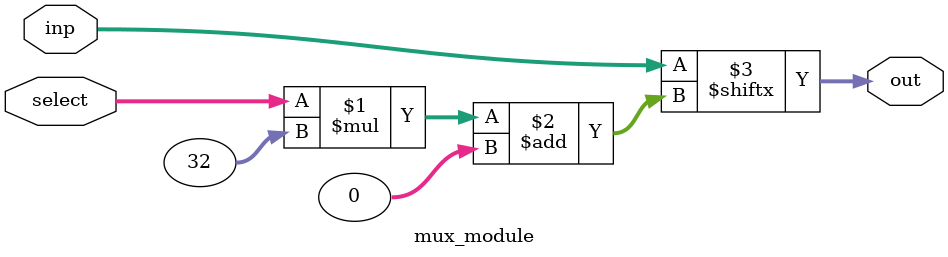
<source format=v>


module mux_module #(parameter n = 2, parameter WIDTH = 32)(
    input  wire [n-1:0] select,
    input  wire [(1<<n)*WIDTH-1:0] inp,  // Packed input vector
    output wire [WIDTH-1:0] out
);

    assign out = inp[select*WIDTH +: WIDTH];

endmodule



// module main;

// reg [1:0] select;
// reg [3:0] inp;
// output out;

// mux_module #(.n(2)) mux (.select(select),.inp(inp),.out(out));

// initial begin;
//     $display("select\t inp\t out");
//     $monitor("%b\t%b\t%b\t",select,inp,out);
//         inp = 4'b1010; select=2'b00; #10;
//         select=2'b11;#10;
//     $finish;
// end
// endmodule




</source>
